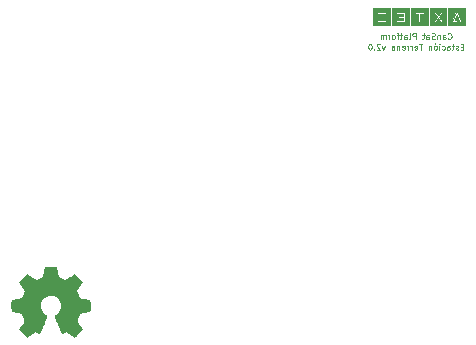
<source format=gbo>
G04 #@! TF.GenerationSoftware,KiCad,Pcbnew,(5.1.0)-1*
G04 #@! TF.CreationDate,2019-06-21T15:08:08-03:00*
G04 #@! TF.ProjectId,EstacionTerrena,45737461-6369-46f6-9e54-657272656e61,rev?*
G04 #@! TF.SameCoordinates,Original*
G04 #@! TF.FileFunction,Legend,Bot*
G04 #@! TF.FilePolarity,Positive*
%FSLAX46Y46*%
G04 Gerber Fmt 4.6, Leading zero omitted, Abs format (unit mm)*
G04 Created by KiCad (PCBNEW (5.1.0)-1) date 2019-06-21 15:08:08*
%MOMM*%
%LPD*%
G04 APERTURE LIST*
%ADD10C,0.125000*%
%ADD11C,0.010000*%
G04 APERTURE END LIST*
D10*
X39092404Y-4484485D02*
X38925738Y-4484485D01*
X38854309Y-4746390D02*
X39092404Y-4746390D01*
X39092404Y-4246390D01*
X38854309Y-4246390D01*
X38663833Y-4722580D02*
X38616214Y-4746390D01*
X38520976Y-4746390D01*
X38473357Y-4722580D01*
X38449547Y-4674961D01*
X38449547Y-4651152D01*
X38473357Y-4603533D01*
X38520976Y-4579723D01*
X38592404Y-4579723D01*
X38640023Y-4555914D01*
X38663833Y-4508295D01*
X38663833Y-4484485D01*
X38640023Y-4436866D01*
X38592404Y-4413057D01*
X38520976Y-4413057D01*
X38473357Y-4436866D01*
X38306690Y-4413057D02*
X38116214Y-4413057D01*
X38235261Y-4246390D02*
X38235261Y-4674961D01*
X38211452Y-4722580D01*
X38163833Y-4746390D01*
X38116214Y-4746390D01*
X37735261Y-4746390D02*
X37735261Y-4484485D01*
X37759071Y-4436866D01*
X37806690Y-4413057D01*
X37901928Y-4413057D01*
X37949547Y-4436866D01*
X37735261Y-4722580D02*
X37782880Y-4746390D01*
X37901928Y-4746390D01*
X37949547Y-4722580D01*
X37973357Y-4674961D01*
X37973357Y-4627342D01*
X37949547Y-4579723D01*
X37901928Y-4555914D01*
X37782880Y-4555914D01*
X37735261Y-4532104D01*
X37282880Y-4722580D02*
X37330500Y-4746390D01*
X37425738Y-4746390D01*
X37473357Y-4722580D01*
X37497166Y-4698771D01*
X37520976Y-4651152D01*
X37520976Y-4508295D01*
X37497166Y-4460676D01*
X37473357Y-4436866D01*
X37425738Y-4413057D01*
X37330500Y-4413057D01*
X37282880Y-4436866D01*
X37068595Y-4746390D02*
X37068595Y-4413057D01*
X37068595Y-4246390D02*
X37092404Y-4270200D01*
X37068595Y-4294009D01*
X37044785Y-4270200D01*
X37068595Y-4246390D01*
X37068595Y-4294009D01*
X36759071Y-4746390D02*
X36806690Y-4722580D01*
X36830500Y-4698771D01*
X36854309Y-4651152D01*
X36854309Y-4508295D01*
X36830500Y-4460676D01*
X36806690Y-4436866D01*
X36759071Y-4413057D01*
X36687642Y-4413057D01*
X36640023Y-4436866D01*
X36616214Y-4460676D01*
X36592404Y-4508295D01*
X36592404Y-4651152D01*
X36616214Y-4698771D01*
X36640023Y-4722580D01*
X36687642Y-4746390D01*
X36759071Y-4746390D01*
X36663833Y-4222580D02*
X36735261Y-4294009D01*
X36378119Y-4413057D02*
X36378119Y-4746390D01*
X36378119Y-4460676D02*
X36354309Y-4436866D01*
X36306690Y-4413057D01*
X36235261Y-4413057D01*
X36187642Y-4436866D01*
X36163833Y-4484485D01*
X36163833Y-4746390D01*
X35616214Y-4246390D02*
X35330500Y-4246390D01*
X35473357Y-4746390D02*
X35473357Y-4246390D01*
X34973357Y-4722580D02*
X35020976Y-4746390D01*
X35116214Y-4746390D01*
X35163833Y-4722580D01*
X35187642Y-4674961D01*
X35187642Y-4484485D01*
X35163833Y-4436866D01*
X35116214Y-4413057D01*
X35020976Y-4413057D01*
X34973357Y-4436866D01*
X34949547Y-4484485D01*
X34949547Y-4532104D01*
X35187642Y-4579723D01*
X34735261Y-4746390D02*
X34735261Y-4413057D01*
X34735261Y-4508295D02*
X34711452Y-4460676D01*
X34687642Y-4436866D01*
X34640023Y-4413057D01*
X34592404Y-4413057D01*
X34425738Y-4746390D02*
X34425738Y-4413057D01*
X34425738Y-4508295D02*
X34401928Y-4460676D01*
X34378119Y-4436866D01*
X34330500Y-4413057D01*
X34282880Y-4413057D01*
X33925738Y-4722580D02*
X33973357Y-4746390D01*
X34068595Y-4746390D01*
X34116214Y-4722580D01*
X34140023Y-4674961D01*
X34140023Y-4484485D01*
X34116214Y-4436866D01*
X34068595Y-4413057D01*
X33973357Y-4413057D01*
X33925738Y-4436866D01*
X33901928Y-4484485D01*
X33901928Y-4532104D01*
X34140023Y-4579723D01*
X33687642Y-4413057D02*
X33687642Y-4746390D01*
X33687642Y-4460676D02*
X33663833Y-4436866D01*
X33616214Y-4413057D01*
X33544785Y-4413057D01*
X33497166Y-4436866D01*
X33473357Y-4484485D01*
X33473357Y-4746390D01*
X33020976Y-4746390D02*
X33020976Y-4484485D01*
X33044785Y-4436866D01*
X33092404Y-4413057D01*
X33187642Y-4413057D01*
X33235261Y-4436866D01*
X33020976Y-4722580D02*
X33068595Y-4746390D01*
X33187642Y-4746390D01*
X33235261Y-4722580D01*
X33259071Y-4674961D01*
X33259071Y-4627342D01*
X33235261Y-4579723D01*
X33187642Y-4555914D01*
X33068595Y-4555914D01*
X33020976Y-4532104D01*
X32449547Y-4413057D02*
X32330500Y-4746390D01*
X32211452Y-4413057D01*
X32044785Y-4294009D02*
X32020976Y-4270200D01*
X31973357Y-4246390D01*
X31854309Y-4246390D01*
X31806690Y-4270200D01*
X31782880Y-4294009D01*
X31759071Y-4341628D01*
X31759071Y-4389247D01*
X31782880Y-4460676D01*
X32068595Y-4746390D01*
X31759071Y-4746390D01*
X31544785Y-4698771D02*
X31520976Y-4722580D01*
X31544785Y-4746390D01*
X31568595Y-4722580D01*
X31544785Y-4698771D01*
X31544785Y-4746390D01*
X31211452Y-4246390D02*
X31163833Y-4246390D01*
X31116214Y-4270200D01*
X31092404Y-4294009D01*
X31068595Y-4341628D01*
X31044785Y-4436866D01*
X31044785Y-4555914D01*
X31068595Y-4651152D01*
X31092404Y-4698771D01*
X31116214Y-4722580D01*
X31163833Y-4746390D01*
X31211452Y-4746390D01*
X31259071Y-4722580D01*
X31282880Y-4698771D01*
X31306690Y-4651152D01*
X31330500Y-4555914D01*
X31330500Y-4436866D01*
X31306690Y-4341628D01*
X31282880Y-4294009D01*
X31259071Y-4270200D01*
X31211452Y-4246390D01*
X37782880Y-3798771D02*
X37806690Y-3822580D01*
X37878119Y-3846390D01*
X37925738Y-3846390D01*
X37997166Y-3822580D01*
X38044785Y-3774961D01*
X38068595Y-3727342D01*
X38092404Y-3632104D01*
X38092404Y-3560676D01*
X38068595Y-3465438D01*
X38044785Y-3417819D01*
X37997166Y-3370200D01*
X37925738Y-3346390D01*
X37878119Y-3346390D01*
X37806690Y-3370200D01*
X37782880Y-3394009D01*
X37354309Y-3846390D02*
X37354309Y-3584485D01*
X37378119Y-3536866D01*
X37425738Y-3513057D01*
X37520976Y-3513057D01*
X37568595Y-3536866D01*
X37354309Y-3822580D02*
X37401928Y-3846390D01*
X37520976Y-3846390D01*
X37568595Y-3822580D01*
X37592404Y-3774961D01*
X37592404Y-3727342D01*
X37568595Y-3679723D01*
X37520976Y-3655914D01*
X37401928Y-3655914D01*
X37354309Y-3632104D01*
X37116214Y-3513057D02*
X37116214Y-3846390D01*
X37116214Y-3560676D02*
X37092404Y-3536866D01*
X37044785Y-3513057D01*
X36973357Y-3513057D01*
X36925738Y-3536866D01*
X36901928Y-3584485D01*
X36901928Y-3846390D01*
X36687642Y-3822580D02*
X36616214Y-3846390D01*
X36497166Y-3846390D01*
X36449547Y-3822580D01*
X36425738Y-3798771D01*
X36401928Y-3751152D01*
X36401928Y-3703533D01*
X36425738Y-3655914D01*
X36449547Y-3632104D01*
X36497166Y-3608295D01*
X36592404Y-3584485D01*
X36640023Y-3560676D01*
X36663833Y-3536866D01*
X36687642Y-3489247D01*
X36687642Y-3441628D01*
X36663833Y-3394009D01*
X36640023Y-3370200D01*
X36592404Y-3346390D01*
X36473357Y-3346390D01*
X36401928Y-3370200D01*
X35973357Y-3846390D02*
X35973357Y-3584485D01*
X35997166Y-3536866D01*
X36044785Y-3513057D01*
X36140023Y-3513057D01*
X36187642Y-3536866D01*
X35973357Y-3822580D02*
X36020976Y-3846390D01*
X36140023Y-3846390D01*
X36187642Y-3822580D01*
X36211452Y-3774961D01*
X36211452Y-3727342D01*
X36187642Y-3679723D01*
X36140023Y-3655914D01*
X36020976Y-3655914D01*
X35973357Y-3632104D01*
X35806690Y-3513057D02*
X35616214Y-3513057D01*
X35735261Y-3346390D02*
X35735261Y-3774961D01*
X35711452Y-3822580D01*
X35663833Y-3846390D01*
X35616214Y-3846390D01*
X35068595Y-3846390D02*
X35068595Y-3346390D01*
X34878119Y-3346390D01*
X34830500Y-3370200D01*
X34806690Y-3394009D01*
X34782880Y-3441628D01*
X34782880Y-3513057D01*
X34806690Y-3560676D01*
X34830500Y-3584485D01*
X34878119Y-3608295D01*
X35068595Y-3608295D01*
X34497166Y-3846390D02*
X34544785Y-3822580D01*
X34568595Y-3774961D01*
X34568595Y-3346390D01*
X34092404Y-3846390D02*
X34092404Y-3584485D01*
X34116214Y-3536866D01*
X34163833Y-3513057D01*
X34259071Y-3513057D01*
X34306690Y-3536866D01*
X34092404Y-3822580D02*
X34140023Y-3846390D01*
X34259071Y-3846390D01*
X34306690Y-3822580D01*
X34330500Y-3774961D01*
X34330500Y-3727342D01*
X34306690Y-3679723D01*
X34259071Y-3655914D01*
X34140023Y-3655914D01*
X34092404Y-3632104D01*
X33925738Y-3513057D02*
X33735261Y-3513057D01*
X33854309Y-3346390D02*
X33854309Y-3774961D01*
X33830500Y-3822580D01*
X33782880Y-3846390D01*
X33735261Y-3846390D01*
X33640023Y-3513057D02*
X33449547Y-3513057D01*
X33568595Y-3846390D02*
X33568595Y-3417819D01*
X33544785Y-3370200D01*
X33497166Y-3346390D01*
X33449547Y-3346390D01*
X33211452Y-3846390D02*
X33259071Y-3822580D01*
X33282880Y-3798771D01*
X33306690Y-3751152D01*
X33306690Y-3608295D01*
X33282880Y-3560676D01*
X33259071Y-3536866D01*
X33211452Y-3513057D01*
X33140023Y-3513057D01*
X33092404Y-3536866D01*
X33068595Y-3560676D01*
X33044785Y-3608295D01*
X33044785Y-3751152D01*
X33068595Y-3798771D01*
X33092404Y-3822580D01*
X33140023Y-3846390D01*
X33211452Y-3846390D01*
X32830500Y-3846390D02*
X32830500Y-3513057D01*
X32830500Y-3608295D02*
X32806690Y-3560676D01*
X32782880Y-3536866D01*
X32735261Y-3513057D01*
X32687642Y-3513057D01*
X32520976Y-3846390D02*
X32520976Y-3513057D01*
X32520976Y-3560676D02*
X32497166Y-3536866D01*
X32449547Y-3513057D01*
X32378119Y-3513057D01*
X32330500Y-3536866D01*
X32306690Y-3584485D01*
X32306690Y-3846390D01*
X32306690Y-3584485D02*
X32282880Y-3536866D01*
X32235261Y-3513057D01*
X32163833Y-3513057D01*
X32116214Y-3536866D01*
X32092404Y-3584485D01*
X32092404Y-3846390D01*
D11*
G36*
X3595786Y-23573131D02*
G01*
X3511965Y-24017755D01*
X3202680Y-24145253D01*
X2893394Y-24272751D01*
X2522354Y-24020446D01*
X2418443Y-23950196D01*
X2324513Y-23887472D01*
X2244948Y-23835138D01*
X2184130Y-23796057D01*
X2146443Y-23773093D01*
X2136179Y-23768142D01*
X2117690Y-23780876D01*
X2078180Y-23816082D01*
X2022078Y-23869262D01*
X1953813Y-23935918D01*
X1877814Y-24011554D01*
X1798508Y-24091672D01*
X1720325Y-24171774D01*
X1647693Y-24247364D01*
X1585041Y-24313945D01*
X1536797Y-24367018D01*
X1507390Y-24402087D01*
X1500359Y-24413823D01*
X1510477Y-24435460D01*
X1538841Y-24482862D01*
X1582471Y-24551393D01*
X1638382Y-24636415D01*
X1703594Y-24733293D01*
X1741381Y-24788550D01*
X1810257Y-24889448D01*
X1871460Y-24980499D01*
X1922022Y-25057170D01*
X1958972Y-25114928D01*
X1979342Y-25149243D01*
X1982403Y-25156454D01*
X1975464Y-25176948D01*
X1956549Y-25224713D01*
X1928513Y-25293032D01*
X1894209Y-25375189D01*
X1856491Y-25464470D01*
X1818213Y-25554158D01*
X1782230Y-25637538D01*
X1751394Y-25707894D01*
X1728561Y-25758510D01*
X1716583Y-25782671D01*
X1715876Y-25783622D01*
X1697069Y-25788236D01*
X1646982Y-25798528D01*
X1570807Y-25813487D01*
X1473735Y-25832101D01*
X1360957Y-25853359D01*
X1295158Y-25865618D01*
X1174650Y-25888562D01*
X1065803Y-25910395D01*
X974124Y-25929922D01*
X905119Y-25945948D01*
X864296Y-25957279D01*
X856089Y-25960874D01*
X848052Y-25985206D01*
X841567Y-26040159D01*
X836630Y-26119308D01*
X833236Y-26216226D01*
X831382Y-26324487D01*
X831062Y-26437665D01*
X832273Y-26549335D01*
X835010Y-26653068D01*
X839269Y-26742441D01*
X845045Y-26811026D01*
X852333Y-26852397D01*
X856705Y-26861010D01*
X882836Y-26871333D01*
X938207Y-26886092D01*
X1015493Y-26903552D01*
X1107370Y-26921980D01*
X1139442Y-26927941D01*
X1294076Y-26956266D01*
X1416225Y-26979076D01*
X1509927Y-26997280D01*
X1579216Y-27011783D01*
X1628129Y-27023492D01*
X1660703Y-27033315D01*
X1680972Y-27042156D01*
X1692974Y-27050924D01*
X1694653Y-27052657D01*
X1711416Y-27080571D01*
X1736986Y-27134895D01*
X1768812Y-27208977D01*
X1804340Y-27296165D01*
X1841017Y-27389808D01*
X1876289Y-27483252D01*
X1907604Y-27569847D01*
X1932407Y-27642940D01*
X1948146Y-27695878D01*
X1952268Y-27722011D01*
X1951924Y-27722926D01*
X1937959Y-27744286D01*
X1906278Y-27791284D01*
X1860209Y-27859027D01*
X1803082Y-27942623D01*
X1738227Y-28037182D01*
X1719757Y-28064054D01*
X1653901Y-28161475D01*
X1595950Y-28250363D01*
X1549062Y-28325612D01*
X1516393Y-28382120D01*
X1501100Y-28414781D01*
X1500359Y-28418793D01*
X1513208Y-28439884D01*
X1548712Y-28481664D01*
X1602307Y-28539645D01*
X1669429Y-28609335D01*
X1745513Y-28686245D01*
X1825996Y-28765883D01*
X1906313Y-28843761D01*
X1981901Y-28915386D01*
X2048195Y-28976270D01*
X2100631Y-29021921D01*
X2134645Y-29047850D01*
X2144055Y-29052083D01*
X2165957Y-29042112D01*
X2210800Y-29015220D01*
X2271279Y-28975936D01*
X2317811Y-28944317D01*
X2402125Y-28886298D01*
X2501974Y-28817984D01*
X2602127Y-28749779D01*
X2655973Y-28713275D01*
X2838229Y-28590000D01*
X2991219Y-28672720D01*
X3060918Y-28708959D01*
X3120186Y-28737126D01*
X3160289Y-28753191D01*
X3170497Y-28755426D01*
X3182771Y-28738922D01*
X3206987Y-28692282D01*
X3241337Y-28619809D01*
X3284012Y-28525806D01*
X3333206Y-28414574D01*
X3387110Y-28290415D01*
X3443916Y-28157632D01*
X3501818Y-28020527D01*
X3559007Y-27883402D01*
X3613676Y-27750558D01*
X3664016Y-27626298D01*
X3708220Y-27514925D01*
X3744481Y-27420739D01*
X3770991Y-27348044D01*
X3785942Y-27301141D01*
X3788346Y-27285033D01*
X3769289Y-27264486D01*
X3727564Y-27231133D01*
X3671894Y-27191902D01*
X3667222Y-27188799D01*
X3523336Y-27073623D01*
X3407317Y-26939253D01*
X3320170Y-26789984D01*
X3262901Y-26630113D01*
X3236514Y-26463937D01*
X3242015Y-26295752D01*
X3280410Y-26129855D01*
X3352705Y-25970542D01*
X3373974Y-25935687D01*
X3484604Y-25794937D01*
X3615298Y-25681914D01*
X3761536Y-25597203D01*
X3918792Y-25541394D01*
X4082543Y-25515074D01*
X4248267Y-25518830D01*
X4411438Y-25553250D01*
X4567535Y-25618923D01*
X4712033Y-25716435D01*
X4756731Y-25756013D01*
X4870488Y-25879903D01*
X4953382Y-26010324D01*
X5010244Y-26156515D01*
X5041913Y-26301288D01*
X5049731Y-26464060D01*
X5023662Y-26627640D01*
X4966355Y-26786498D01*
X4880456Y-26935106D01*
X4768614Y-27067935D01*
X4633477Y-27179456D01*
X4615717Y-27191211D01*
X4559450Y-27229708D01*
X4516677Y-27263063D01*
X4496228Y-27284360D01*
X4495931Y-27285033D01*
X4500321Y-27308071D01*
X4517724Y-27360357D01*
X4546332Y-27437590D01*
X4584335Y-27535468D01*
X4629926Y-27649691D01*
X4681297Y-27775958D01*
X4736638Y-27909967D01*
X4794142Y-28047418D01*
X4851999Y-28184008D01*
X4908402Y-28315437D01*
X4961542Y-28437405D01*
X5009610Y-28545609D01*
X5050799Y-28635749D01*
X5083299Y-28703523D01*
X5105303Y-28744630D01*
X5114164Y-28755426D01*
X5141240Y-28747019D01*
X5191903Y-28724472D01*
X5257417Y-28691813D01*
X5293441Y-28672720D01*
X5446432Y-28590000D01*
X5628688Y-28713275D01*
X5721725Y-28776428D01*
X5823585Y-28845927D01*
X5919038Y-28911365D01*
X5966850Y-28944317D01*
X6034095Y-28989473D01*
X6091036Y-29025257D01*
X6130246Y-29047138D01*
X6142981Y-29051763D01*
X6161517Y-29039285D01*
X6202541Y-29004452D01*
X6262075Y-28950878D01*
X6336142Y-28882183D01*
X6420765Y-28801981D01*
X6474285Y-28750486D01*
X6567919Y-28658486D01*
X6648841Y-28576199D01*
X6713777Y-28507145D01*
X6759458Y-28454844D01*
X6782611Y-28422816D01*
X6784832Y-28416316D01*
X6774524Y-28391594D01*
X6746039Y-28341605D01*
X6702537Y-28271412D01*
X6647177Y-28186075D01*
X6583120Y-28090656D01*
X6564903Y-28064054D01*
X6498527Y-27967367D01*
X6438978Y-27880317D01*
X6389584Y-27807795D01*
X6353675Y-27754693D01*
X6334581Y-27725903D01*
X6332736Y-27722926D01*
X6335495Y-27699982D01*
X6350138Y-27649536D01*
X6374113Y-27578241D01*
X6404866Y-27492747D01*
X6439844Y-27399707D01*
X6476493Y-27305774D01*
X6512261Y-27217599D01*
X6544594Y-27141834D01*
X6570938Y-27085131D01*
X6588742Y-27054143D01*
X6590007Y-27052657D01*
X6600894Y-27043801D01*
X6619282Y-27035043D01*
X6649206Y-27025477D01*
X6694703Y-27014196D01*
X6759809Y-27000293D01*
X6848561Y-26982863D01*
X6964993Y-26960998D01*
X7113142Y-26933791D01*
X7145218Y-26927941D01*
X7240286Y-26909574D01*
X7323165Y-26891605D01*
X7386530Y-26875769D01*
X7423058Y-26863800D01*
X7427956Y-26861010D01*
X7436027Y-26836272D01*
X7442587Y-26780990D01*
X7447633Y-26701589D01*
X7451159Y-26604496D01*
X7453161Y-26496138D01*
X7453636Y-26382940D01*
X7452577Y-26271328D01*
X7449982Y-26167729D01*
X7445846Y-26078568D01*
X7440163Y-26010272D01*
X7432931Y-25969266D01*
X7428571Y-25960874D01*
X7404298Y-25952408D01*
X7349026Y-25938635D01*
X7268262Y-25920750D01*
X7167512Y-25899948D01*
X7052283Y-25877423D01*
X6989502Y-25865618D01*
X6870387Y-25843351D01*
X6764165Y-25823179D01*
X6676027Y-25806115D01*
X6611166Y-25793169D01*
X6574774Y-25785355D01*
X6568784Y-25783622D01*
X6558661Y-25764090D01*
X6537262Y-25717043D01*
X6507439Y-25649203D01*
X6472045Y-25567291D01*
X6433932Y-25478028D01*
X6395953Y-25388135D01*
X6360960Y-25304335D01*
X6331806Y-25233347D01*
X6311343Y-25181894D01*
X6302423Y-25156697D01*
X6302257Y-25155596D01*
X6312369Y-25135719D01*
X6340717Y-25089977D01*
X6384323Y-25022917D01*
X6440206Y-24939084D01*
X6505387Y-24843026D01*
X6543279Y-24787850D01*
X6612325Y-24686681D01*
X6673650Y-24594830D01*
X6724263Y-24516944D01*
X6761171Y-24457669D01*
X6781382Y-24421651D01*
X6784301Y-24413577D01*
X6771753Y-24394784D01*
X6737063Y-24354657D01*
X6684663Y-24297693D01*
X6618984Y-24228385D01*
X6544456Y-24151231D01*
X6465513Y-24070725D01*
X6386583Y-23991363D01*
X6312100Y-23917640D01*
X6246494Y-23854052D01*
X6194196Y-23805094D01*
X6159639Y-23775261D01*
X6148078Y-23768142D01*
X6129254Y-23778153D01*
X6084231Y-23806278D01*
X6017387Y-23849654D01*
X5933099Y-23905418D01*
X5835744Y-23970706D01*
X5762307Y-24020446D01*
X5391267Y-24272751D01*
X4772695Y-24017755D01*
X4688875Y-23573131D01*
X4605054Y-23128507D01*
X3679606Y-23128507D01*
X3595786Y-23573131D01*
X3595786Y-23573131D01*
G37*
X3595786Y-23573131D02*
X3511965Y-24017755D01*
X3202680Y-24145253D01*
X2893394Y-24272751D01*
X2522354Y-24020446D01*
X2418443Y-23950196D01*
X2324513Y-23887472D01*
X2244948Y-23835138D01*
X2184130Y-23796057D01*
X2146443Y-23773093D01*
X2136179Y-23768142D01*
X2117690Y-23780876D01*
X2078180Y-23816082D01*
X2022078Y-23869262D01*
X1953813Y-23935918D01*
X1877814Y-24011554D01*
X1798508Y-24091672D01*
X1720325Y-24171774D01*
X1647693Y-24247364D01*
X1585041Y-24313945D01*
X1536797Y-24367018D01*
X1507390Y-24402087D01*
X1500359Y-24413823D01*
X1510477Y-24435460D01*
X1538841Y-24482862D01*
X1582471Y-24551393D01*
X1638382Y-24636415D01*
X1703594Y-24733293D01*
X1741381Y-24788550D01*
X1810257Y-24889448D01*
X1871460Y-24980499D01*
X1922022Y-25057170D01*
X1958972Y-25114928D01*
X1979342Y-25149243D01*
X1982403Y-25156454D01*
X1975464Y-25176948D01*
X1956549Y-25224713D01*
X1928513Y-25293032D01*
X1894209Y-25375189D01*
X1856491Y-25464470D01*
X1818213Y-25554158D01*
X1782230Y-25637538D01*
X1751394Y-25707894D01*
X1728561Y-25758510D01*
X1716583Y-25782671D01*
X1715876Y-25783622D01*
X1697069Y-25788236D01*
X1646982Y-25798528D01*
X1570807Y-25813487D01*
X1473735Y-25832101D01*
X1360957Y-25853359D01*
X1295158Y-25865618D01*
X1174650Y-25888562D01*
X1065803Y-25910395D01*
X974124Y-25929922D01*
X905119Y-25945948D01*
X864296Y-25957279D01*
X856089Y-25960874D01*
X848052Y-25985206D01*
X841567Y-26040159D01*
X836630Y-26119308D01*
X833236Y-26216226D01*
X831382Y-26324487D01*
X831062Y-26437665D01*
X832273Y-26549335D01*
X835010Y-26653068D01*
X839269Y-26742441D01*
X845045Y-26811026D01*
X852333Y-26852397D01*
X856705Y-26861010D01*
X882836Y-26871333D01*
X938207Y-26886092D01*
X1015493Y-26903552D01*
X1107370Y-26921980D01*
X1139442Y-26927941D01*
X1294076Y-26956266D01*
X1416225Y-26979076D01*
X1509927Y-26997280D01*
X1579216Y-27011783D01*
X1628129Y-27023492D01*
X1660703Y-27033315D01*
X1680972Y-27042156D01*
X1692974Y-27050924D01*
X1694653Y-27052657D01*
X1711416Y-27080571D01*
X1736986Y-27134895D01*
X1768812Y-27208977D01*
X1804340Y-27296165D01*
X1841017Y-27389808D01*
X1876289Y-27483252D01*
X1907604Y-27569847D01*
X1932407Y-27642940D01*
X1948146Y-27695878D01*
X1952268Y-27722011D01*
X1951924Y-27722926D01*
X1937959Y-27744286D01*
X1906278Y-27791284D01*
X1860209Y-27859027D01*
X1803082Y-27942623D01*
X1738227Y-28037182D01*
X1719757Y-28064054D01*
X1653901Y-28161475D01*
X1595950Y-28250363D01*
X1549062Y-28325612D01*
X1516393Y-28382120D01*
X1501100Y-28414781D01*
X1500359Y-28418793D01*
X1513208Y-28439884D01*
X1548712Y-28481664D01*
X1602307Y-28539645D01*
X1669429Y-28609335D01*
X1745513Y-28686245D01*
X1825996Y-28765883D01*
X1906313Y-28843761D01*
X1981901Y-28915386D01*
X2048195Y-28976270D01*
X2100631Y-29021921D01*
X2134645Y-29047850D01*
X2144055Y-29052083D01*
X2165957Y-29042112D01*
X2210800Y-29015220D01*
X2271279Y-28975936D01*
X2317811Y-28944317D01*
X2402125Y-28886298D01*
X2501974Y-28817984D01*
X2602127Y-28749779D01*
X2655973Y-28713275D01*
X2838229Y-28590000D01*
X2991219Y-28672720D01*
X3060918Y-28708959D01*
X3120186Y-28737126D01*
X3160289Y-28753191D01*
X3170497Y-28755426D01*
X3182771Y-28738922D01*
X3206987Y-28692282D01*
X3241337Y-28619809D01*
X3284012Y-28525806D01*
X3333206Y-28414574D01*
X3387110Y-28290415D01*
X3443916Y-28157632D01*
X3501818Y-28020527D01*
X3559007Y-27883402D01*
X3613676Y-27750558D01*
X3664016Y-27626298D01*
X3708220Y-27514925D01*
X3744481Y-27420739D01*
X3770991Y-27348044D01*
X3785942Y-27301141D01*
X3788346Y-27285033D01*
X3769289Y-27264486D01*
X3727564Y-27231133D01*
X3671894Y-27191902D01*
X3667222Y-27188799D01*
X3523336Y-27073623D01*
X3407317Y-26939253D01*
X3320170Y-26789984D01*
X3262901Y-26630113D01*
X3236514Y-26463937D01*
X3242015Y-26295752D01*
X3280410Y-26129855D01*
X3352705Y-25970542D01*
X3373974Y-25935687D01*
X3484604Y-25794937D01*
X3615298Y-25681914D01*
X3761536Y-25597203D01*
X3918792Y-25541394D01*
X4082543Y-25515074D01*
X4248267Y-25518830D01*
X4411438Y-25553250D01*
X4567535Y-25618923D01*
X4712033Y-25716435D01*
X4756731Y-25756013D01*
X4870488Y-25879903D01*
X4953382Y-26010324D01*
X5010244Y-26156515D01*
X5041913Y-26301288D01*
X5049731Y-26464060D01*
X5023662Y-26627640D01*
X4966355Y-26786498D01*
X4880456Y-26935106D01*
X4768614Y-27067935D01*
X4633477Y-27179456D01*
X4615717Y-27191211D01*
X4559450Y-27229708D01*
X4516677Y-27263063D01*
X4496228Y-27284360D01*
X4495931Y-27285033D01*
X4500321Y-27308071D01*
X4517724Y-27360357D01*
X4546332Y-27437590D01*
X4584335Y-27535468D01*
X4629926Y-27649691D01*
X4681297Y-27775958D01*
X4736638Y-27909967D01*
X4794142Y-28047418D01*
X4851999Y-28184008D01*
X4908402Y-28315437D01*
X4961542Y-28437405D01*
X5009610Y-28545609D01*
X5050799Y-28635749D01*
X5083299Y-28703523D01*
X5105303Y-28744630D01*
X5114164Y-28755426D01*
X5141240Y-28747019D01*
X5191903Y-28724472D01*
X5257417Y-28691813D01*
X5293441Y-28672720D01*
X5446432Y-28590000D01*
X5628688Y-28713275D01*
X5721725Y-28776428D01*
X5823585Y-28845927D01*
X5919038Y-28911365D01*
X5966850Y-28944317D01*
X6034095Y-28989473D01*
X6091036Y-29025257D01*
X6130246Y-29047138D01*
X6142981Y-29051763D01*
X6161517Y-29039285D01*
X6202541Y-29004452D01*
X6262075Y-28950878D01*
X6336142Y-28882183D01*
X6420765Y-28801981D01*
X6474285Y-28750486D01*
X6567919Y-28658486D01*
X6648841Y-28576199D01*
X6713777Y-28507145D01*
X6759458Y-28454844D01*
X6782611Y-28422816D01*
X6784832Y-28416316D01*
X6774524Y-28391594D01*
X6746039Y-28341605D01*
X6702537Y-28271412D01*
X6647177Y-28186075D01*
X6583120Y-28090656D01*
X6564903Y-28064054D01*
X6498527Y-27967367D01*
X6438978Y-27880317D01*
X6389584Y-27807795D01*
X6353675Y-27754693D01*
X6334581Y-27725903D01*
X6332736Y-27722926D01*
X6335495Y-27699982D01*
X6350138Y-27649536D01*
X6374113Y-27578241D01*
X6404866Y-27492747D01*
X6439844Y-27399707D01*
X6476493Y-27305774D01*
X6512261Y-27217599D01*
X6544594Y-27141834D01*
X6570938Y-27085131D01*
X6588742Y-27054143D01*
X6590007Y-27052657D01*
X6600894Y-27043801D01*
X6619282Y-27035043D01*
X6649206Y-27025477D01*
X6694703Y-27014196D01*
X6759809Y-27000293D01*
X6848561Y-26982863D01*
X6964993Y-26960998D01*
X7113142Y-26933791D01*
X7145218Y-26927941D01*
X7240286Y-26909574D01*
X7323165Y-26891605D01*
X7386530Y-26875769D01*
X7423058Y-26863800D01*
X7427956Y-26861010D01*
X7436027Y-26836272D01*
X7442587Y-26780990D01*
X7447633Y-26701589D01*
X7451159Y-26604496D01*
X7453161Y-26496138D01*
X7453636Y-26382940D01*
X7452577Y-26271328D01*
X7449982Y-26167729D01*
X7445846Y-26078568D01*
X7440163Y-26010272D01*
X7432931Y-25969266D01*
X7428571Y-25960874D01*
X7404298Y-25952408D01*
X7349026Y-25938635D01*
X7268262Y-25920750D01*
X7167512Y-25899948D01*
X7052283Y-25877423D01*
X6989502Y-25865618D01*
X6870387Y-25843351D01*
X6764165Y-25823179D01*
X6676027Y-25806115D01*
X6611166Y-25793169D01*
X6574774Y-25785355D01*
X6568784Y-25783622D01*
X6558661Y-25764090D01*
X6537262Y-25717043D01*
X6507439Y-25649203D01*
X6472045Y-25567291D01*
X6433932Y-25478028D01*
X6395953Y-25388135D01*
X6360960Y-25304335D01*
X6331806Y-25233347D01*
X6311343Y-25181894D01*
X6302423Y-25156697D01*
X6302257Y-25155596D01*
X6312369Y-25135719D01*
X6340717Y-25089977D01*
X6384323Y-25022917D01*
X6440206Y-24939084D01*
X6505387Y-24843026D01*
X6543279Y-24787850D01*
X6612325Y-24686681D01*
X6673650Y-24594830D01*
X6724263Y-24516944D01*
X6761171Y-24457669D01*
X6781382Y-24421651D01*
X6784301Y-24413577D01*
X6771753Y-24394784D01*
X6737063Y-24354657D01*
X6684663Y-24297693D01*
X6618984Y-24228385D01*
X6544456Y-24151231D01*
X6465513Y-24070725D01*
X6386583Y-23991363D01*
X6312100Y-23917640D01*
X6246494Y-23854052D01*
X6194196Y-23805094D01*
X6159639Y-23775261D01*
X6148078Y-23768142D01*
X6129254Y-23778153D01*
X6084231Y-23806278D01*
X6017387Y-23849654D01*
X5933099Y-23905418D01*
X5835744Y-23970706D01*
X5762307Y-24020446D01*
X5391267Y-24272751D01*
X4772695Y-24017755D01*
X4688875Y-23573131D01*
X4605054Y-23128507D01*
X3679606Y-23128507D01*
X3595786Y-23573131D01*
G36*
X37819300Y-2685400D02*
G01*
X39254400Y-2685400D01*
X39254400Y-2356437D01*
X38922084Y-2356437D01*
X38912798Y-2362289D01*
X38884386Y-2366420D01*
X38845179Y-2367900D01*
X38764042Y-2367900D01*
X38656796Y-2088719D01*
X38626261Y-2010103D01*
X38598404Y-1940034D01*
X38574583Y-1881798D01*
X38556159Y-1838679D01*
X38544489Y-1813963D01*
X38541213Y-1809319D01*
X38534333Y-1820468D01*
X38520039Y-1851438D01*
X38499942Y-1898309D01*
X38475650Y-1957157D01*
X38448773Y-2024063D01*
X38420921Y-2095104D01*
X38393702Y-2166358D01*
X38383637Y-2193275D01*
X38381905Y-2205545D01*
X38391621Y-2212265D01*
X38417791Y-2215040D01*
X38452942Y-2215500D01*
X38530500Y-2215500D01*
X38530500Y-2367900D01*
X38151881Y-2367900D01*
X38464397Y-1586850D01*
X38538724Y-1583340D01*
X38613050Y-1579830D01*
X38765450Y-1962403D01*
X38802472Y-2055362D01*
X38836506Y-2140869D01*
X38866406Y-2216039D01*
X38891025Y-2277985D01*
X38909217Y-2323822D01*
X38919833Y-2350665D01*
X38922084Y-2356437D01*
X39254400Y-2356437D01*
X39254400Y-1250300D01*
X37819300Y-1250300D01*
X37819300Y-2685400D01*
X37819300Y-2685400D01*
G37*
X37819300Y-2685400D02*
X39254400Y-2685400D01*
X39254400Y-2356437D01*
X38922084Y-2356437D01*
X38912798Y-2362289D01*
X38884386Y-2366420D01*
X38845179Y-2367900D01*
X38764042Y-2367900D01*
X38656796Y-2088719D01*
X38626261Y-2010103D01*
X38598404Y-1940034D01*
X38574583Y-1881798D01*
X38556159Y-1838679D01*
X38544489Y-1813963D01*
X38541213Y-1809319D01*
X38534333Y-1820468D01*
X38520039Y-1851438D01*
X38499942Y-1898309D01*
X38475650Y-1957157D01*
X38448773Y-2024063D01*
X38420921Y-2095104D01*
X38393702Y-2166358D01*
X38383637Y-2193275D01*
X38381905Y-2205545D01*
X38391621Y-2212265D01*
X38417791Y-2215040D01*
X38452942Y-2215500D01*
X38530500Y-2215500D01*
X38530500Y-2367900D01*
X38151881Y-2367900D01*
X38464397Y-1586850D01*
X38538724Y-1583340D01*
X38613050Y-1579830D01*
X38765450Y-1962403D01*
X38802472Y-2055362D01*
X38836506Y-2140869D01*
X38866406Y-2216039D01*
X38891025Y-2277985D01*
X38909217Y-2323822D01*
X38919833Y-2350665D01*
X38922084Y-2356437D01*
X39254400Y-2356437D01*
X39254400Y-1250300D01*
X37819300Y-1250300D01*
X37819300Y-2685400D01*
G36*
X36231800Y-2685400D02*
G01*
X37666900Y-2685400D01*
X37666900Y-2360532D01*
X37328640Y-2360532D01*
X37313392Y-2365496D01*
X37278204Y-2367648D01*
X37250576Y-2367900D01*
X37161341Y-2367900D01*
X37062154Y-2234550D01*
X37024529Y-2184915D01*
X36991909Y-2143660D01*
X36967413Y-2114601D01*
X36954159Y-2101554D01*
X36953181Y-2101200D01*
X36942373Y-2110838D01*
X36919764Y-2137202D01*
X36888477Y-2176464D01*
X36851637Y-2224798D01*
X36844773Y-2234010D01*
X36746150Y-2366820D01*
X36660425Y-2367360D01*
X36617487Y-2366710D01*
X36586733Y-2364488D01*
X36574705Y-2361172D01*
X36574700Y-2361101D01*
X36581976Y-2349243D01*
X36602157Y-2320563D01*
X36632779Y-2278457D01*
X36671374Y-2226323D01*
X36708512Y-2176788D01*
X36752633Y-2117740D01*
X36791484Y-2064770D01*
X36822406Y-2021581D01*
X36842742Y-1991873D01*
X36849636Y-1980214D01*
X36849660Y-1971760D01*
X36844043Y-1957489D01*
X36831409Y-1935402D01*
X36810381Y-1903500D01*
X36779581Y-1859782D01*
X36737632Y-1802250D01*
X36683158Y-1728903D01*
X36614780Y-1637742D01*
X36602762Y-1621775D01*
X36571686Y-1580500D01*
X36747068Y-1580500D01*
X36846254Y-1713850D01*
X36883741Y-1763405D01*
X36916049Y-1804530D01*
X36940109Y-1833436D01*
X36952855Y-1846332D01*
X36953746Y-1846660D01*
X36963996Y-1836825D01*
X36986135Y-1810309D01*
X37017085Y-1770948D01*
X37053767Y-1722584D01*
X37060673Y-1713310D01*
X37159295Y-1580500D01*
X37241648Y-1580500D01*
X37283635Y-1581456D01*
X37313304Y-1583958D01*
X37324000Y-1587298D01*
X37316741Y-1599182D01*
X37296620Y-1627866D01*
X37266126Y-1669913D01*
X37227745Y-1721887D01*
X37193055Y-1768273D01*
X37149371Y-1826558D01*
X37110752Y-1878420D01*
X37079917Y-1920185D01*
X37059580Y-1948177D01*
X37052791Y-1958025D01*
X37057217Y-1972976D01*
X37075908Y-2005516D01*
X37107285Y-2053379D01*
X37149769Y-2114301D01*
X37201780Y-2186016D01*
X37261740Y-2266261D01*
X37327492Y-2352025D01*
X37328640Y-2360532D01*
X37666900Y-2360532D01*
X37666900Y-1250300D01*
X36231800Y-1250300D01*
X36231800Y-2685400D01*
X36231800Y-2685400D01*
G37*
X36231800Y-2685400D02*
X37666900Y-2685400D01*
X37666900Y-2360532D01*
X37328640Y-2360532D01*
X37313392Y-2365496D01*
X37278204Y-2367648D01*
X37250576Y-2367900D01*
X37161341Y-2367900D01*
X37062154Y-2234550D01*
X37024529Y-2184915D01*
X36991909Y-2143660D01*
X36967413Y-2114601D01*
X36954159Y-2101554D01*
X36953181Y-2101200D01*
X36942373Y-2110838D01*
X36919764Y-2137202D01*
X36888477Y-2176464D01*
X36851637Y-2224798D01*
X36844773Y-2234010D01*
X36746150Y-2366820D01*
X36660425Y-2367360D01*
X36617487Y-2366710D01*
X36586733Y-2364488D01*
X36574705Y-2361172D01*
X36574700Y-2361101D01*
X36581976Y-2349243D01*
X36602157Y-2320563D01*
X36632779Y-2278457D01*
X36671374Y-2226323D01*
X36708512Y-2176788D01*
X36752633Y-2117740D01*
X36791484Y-2064770D01*
X36822406Y-2021581D01*
X36842742Y-1991873D01*
X36849636Y-1980214D01*
X36849660Y-1971760D01*
X36844043Y-1957489D01*
X36831409Y-1935402D01*
X36810381Y-1903500D01*
X36779581Y-1859782D01*
X36737632Y-1802250D01*
X36683158Y-1728903D01*
X36614780Y-1637742D01*
X36602762Y-1621775D01*
X36571686Y-1580500D01*
X36747068Y-1580500D01*
X36846254Y-1713850D01*
X36883741Y-1763405D01*
X36916049Y-1804530D01*
X36940109Y-1833436D01*
X36952855Y-1846332D01*
X36953746Y-1846660D01*
X36963996Y-1836825D01*
X36986135Y-1810309D01*
X37017085Y-1770948D01*
X37053767Y-1722584D01*
X37060673Y-1713310D01*
X37159295Y-1580500D01*
X37241648Y-1580500D01*
X37283635Y-1581456D01*
X37313304Y-1583958D01*
X37324000Y-1587298D01*
X37316741Y-1599182D01*
X37296620Y-1627866D01*
X37266126Y-1669913D01*
X37227745Y-1721887D01*
X37193055Y-1768273D01*
X37149371Y-1826558D01*
X37110752Y-1878420D01*
X37079917Y-1920185D01*
X37059580Y-1948177D01*
X37052791Y-1958025D01*
X37057217Y-1972976D01*
X37075908Y-2005516D01*
X37107285Y-2053379D01*
X37149769Y-2114301D01*
X37201780Y-2186016D01*
X37261740Y-2266261D01*
X37327492Y-2352025D01*
X37328640Y-2360532D01*
X37666900Y-2360532D01*
X37666900Y-1250300D01*
X36231800Y-1250300D01*
X36231800Y-2685400D01*
G36*
X34644300Y-2685400D02*
G01*
X36079400Y-2685400D01*
X36079400Y-1580500D01*
X35761900Y-1580500D01*
X35761900Y-1732900D01*
X35444400Y-1732900D01*
X35444400Y-2367900D01*
X35292000Y-2367900D01*
X35292000Y-1732900D01*
X34974500Y-1732900D01*
X34974500Y-1580500D01*
X35761900Y-1580500D01*
X36079400Y-1580500D01*
X36079400Y-1250300D01*
X34644300Y-1250300D01*
X34644300Y-2685400D01*
X34644300Y-2685400D01*
G37*
X34644300Y-2685400D02*
X36079400Y-2685400D01*
X36079400Y-1580500D01*
X35761900Y-1580500D01*
X35761900Y-1732900D01*
X35444400Y-1732900D01*
X35444400Y-2367900D01*
X35292000Y-2367900D01*
X35292000Y-1732900D01*
X34974500Y-1732900D01*
X34974500Y-1580500D01*
X35761900Y-1580500D01*
X36079400Y-1580500D01*
X36079400Y-1250300D01*
X34644300Y-1250300D01*
X34644300Y-2685400D01*
G36*
X33056800Y-2685400D02*
G01*
X34491900Y-2685400D01*
X34491900Y-1580500D01*
X34174400Y-1580500D01*
X34174400Y-2367900D01*
X33387000Y-2367900D01*
X33387000Y-2215500D01*
X34022000Y-2215500D01*
X34022000Y-2050400D01*
X33539400Y-2050400D01*
X33539400Y-1898000D01*
X34022000Y-1898000D01*
X34022000Y-1732900D01*
X33387000Y-1732900D01*
X33387000Y-1580500D01*
X34174400Y-1580500D01*
X34491900Y-1580500D01*
X34491900Y-1250300D01*
X33056800Y-1250300D01*
X33056800Y-2685400D01*
X33056800Y-2685400D01*
G37*
X33056800Y-2685400D02*
X34491900Y-2685400D01*
X34491900Y-1580500D01*
X34174400Y-1580500D01*
X34174400Y-2367900D01*
X33387000Y-2367900D01*
X33387000Y-2215500D01*
X34022000Y-2215500D01*
X34022000Y-2050400D01*
X33539400Y-2050400D01*
X33539400Y-1898000D01*
X34022000Y-1898000D01*
X34022000Y-1732900D01*
X33387000Y-1732900D01*
X33387000Y-1580500D01*
X34174400Y-1580500D01*
X34491900Y-1580500D01*
X34491900Y-1250300D01*
X33056800Y-1250300D01*
X33056800Y-2685400D01*
G36*
X31469300Y-2685400D02*
G01*
X32904400Y-2685400D01*
X32904400Y-1580500D01*
X32586900Y-1580500D01*
X32586900Y-2367900D01*
X31799500Y-2367900D01*
X31799500Y-2215500D01*
X32434500Y-2215500D01*
X32434500Y-1732900D01*
X31799500Y-1732900D01*
X31799500Y-1580500D01*
X32586900Y-1580500D01*
X32904400Y-1580500D01*
X32904400Y-1250300D01*
X31469300Y-1250300D01*
X31469300Y-2685400D01*
X31469300Y-2685400D01*
G37*
X31469300Y-2685400D02*
X32904400Y-2685400D01*
X32904400Y-1580500D01*
X32586900Y-1580500D01*
X32586900Y-2367900D01*
X31799500Y-2367900D01*
X31799500Y-2215500D01*
X32434500Y-2215500D01*
X32434500Y-1732900D01*
X31799500Y-1732900D01*
X31799500Y-1580500D01*
X32586900Y-1580500D01*
X32904400Y-1580500D01*
X32904400Y-1250300D01*
X31469300Y-1250300D01*
X31469300Y-2685400D01*
M02*

</source>
